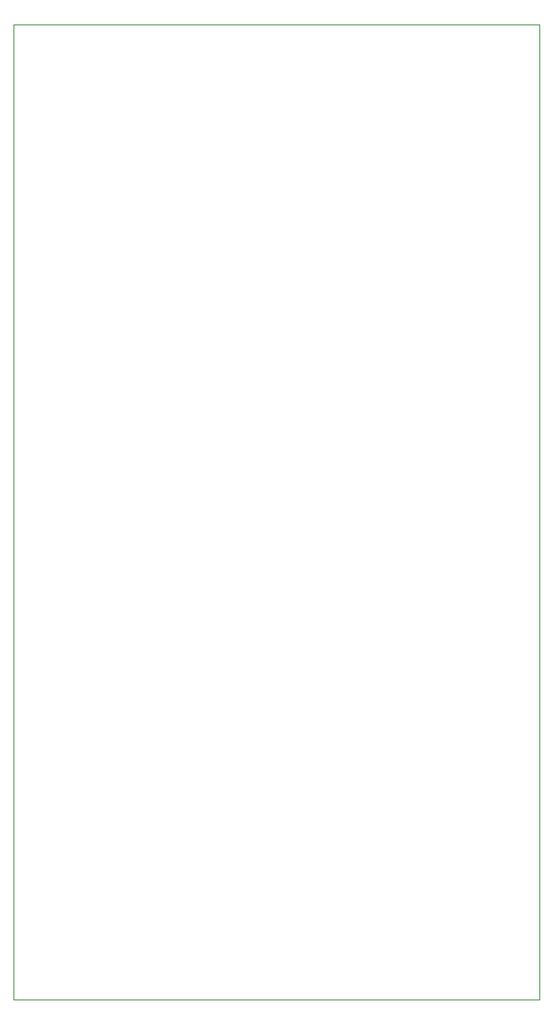
<source format=gbr>
%TF.GenerationSoftware,Altium Limited,Altium Designer,24.10.1 (45)*%
G04 Layer_Color=0*
%FSLAX25Y25*%
%MOIN*%
%TF.SameCoordinates,405BA738-95C1-4717-9A2A-605BB7F835F8*%
%TF.FilePolarity,Positive*%
%TF.FileFunction,Profile,NP*%
%TF.Part,Single*%
G01*
G75*
%TA.AperFunction,Profile*%
%ADD69C,0.00100*%
D69*
X100000Y100000D02*
X308000D01*
Y485000D01*
X100000D01*
Y100000D01*
%TF.MD5,dce5ee23fe4a166c08287410c1db822f*%
M02*

</source>
